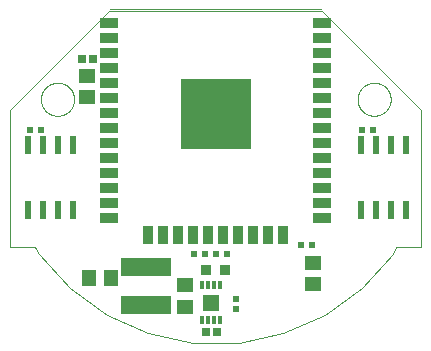
<source format=gtp>
G75*
%MOIN*%
%OFA0B0*%
%FSLAX25Y25*%
%IPPOS*%
%LPD*%
%AMOC8*
5,1,8,0,0,1.08239X$1,22.5*
%
%ADD10C,0.00000*%
%ADD11R,0.05709X0.04528*%
%ADD12R,0.02559X0.02559*%
%ADD13R,0.03543X0.03740*%
%ADD14R,0.04528X0.05709*%
%ADD15R,0.01181X0.02953*%
%ADD16R,0.05748X0.05354*%
%ADD17R,0.02362X0.02362*%
%ADD18R,0.02400X0.06000*%
%ADD19R,0.05906X0.03543*%
%ADD20R,0.03543X0.05906*%
%ADD21R,0.23622X0.23622*%
%ADD22R,0.16535X0.05906*%
D10*
X0037313Y0048654D02*
X0051223Y0042461D01*
X0066117Y0039295D01*
X0081344Y0039295D01*
X0096237Y0042461D01*
X0110148Y0048654D01*
X0122466Y0057604D01*
X0132655Y0068919D01*
X0133959Y0071179D01*
X0142234Y0071179D01*
X0142234Y0116849D01*
X0109163Y0149919D01*
X0038297Y0149919D01*
X0005226Y0116849D01*
X0005226Y0071179D01*
X0013501Y0071179D01*
X0014806Y0068919D01*
X0024994Y0057604D01*
X0037313Y0048654D01*
X0015462Y0120412D02*
X0015464Y0120560D01*
X0015470Y0120708D01*
X0015480Y0120856D01*
X0015494Y0121003D01*
X0015512Y0121150D01*
X0015533Y0121296D01*
X0015559Y0121442D01*
X0015589Y0121587D01*
X0015622Y0121731D01*
X0015660Y0121874D01*
X0015701Y0122016D01*
X0015746Y0122157D01*
X0015794Y0122297D01*
X0015847Y0122436D01*
X0015903Y0122573D01*
X0015963Y0122708D01*
X0016026Y0122842D01*
X0016093Y0122974D01*
X0016164Y0123104D01*
X0016238Y0123232D01*
X0016315Y0123358D01*
X0016396Y0123482D01*
X0016480Y0123604D01*
X0016567Y0123723D01*
X0016658Y0123840D01*
X0016752Y0123955D01*
X0016848Y0124067D01*
X0016948Y0124177D01*
X0017050Y0124283D01*
X0017156Y0124387D01*
X0017264Y0124488D01*
X0017375Y0124586D01*
X0017488Y0124682D01*
X0017604Y0124774D01*
X0017722Y0124863D01*
X0017843Y0124948D01*
X0017966Y0125031D01*
X0018091Y0125110D01*
X0018218Y0125186D01*
X0018347Y0125258D01*
X0018478Y0125327D01*
X0018611Y0125392D01*
X0018746Y0125453D01*
X0018882Y0125511D01*
X0019019Y0125566D01*
X0019158Y0125616D01*
X0019299Y0125663D01*
X0019440Y0125706D01*
X0019583Y0125746D01*
X0019727Y0125781D01*
X0019871Y0125813D01*
X0020017Y0125840D01*
X0020163Y0125864D01*
X0020310Y0125884D01*
X0020457Y0125900D01*
X0020604Y0125912D01*
X0020752Y0125920D01*
X0020900Y0125924D01*
X0021048Y0125924D01*
X0021196Y0125920D01*
X0021344Y0125912D01*
X0021491Y0125900D01*
X0021638Y0125884D01*
X0021785Y0125864D01*
X0021931Y0125840D01*
X0022077Y0125813D01*
X0022221Y0125781D01*
X0022365Y0125746D01*
X0022508Y0125706D01*
X0022649Y0125663D01*
X0022790Y0125616D01*
X0022929Y0125566D01*
X0023066Y0125511D01*
X0023202Y0125453D01*
X0023337Y0125392D01*
X0023470Y0125327D01*
X0023601Y0125258D01*
X0023730Y0125186D01*
X0023857Y0125110D01*
X0023982Y0125031D01*
X0024105Y0124948D01*
X0024226Y0124863D01*
X0024344Y0124774D01*
X0024460Y0124682D01*
X0024573Y0124586D01*
X0024684Y0124488D01*
X0024792Y0124387D01*
X0024898Y0124283D01*
X0025000Y0124177D01*
X0025100Y0124067D01*
X0025196Y0123955D01*
X0025290Y0123840D01*
X0025381Y0123723D01*
X0025468Y0123604D01*
X0025552Y0123482D01*
X0025633Y0123358D01*
X0025710Y0123232D01*
X0025784Y0123104D01*
X0025855Y0122974D01*
X0025922Y0122842D01*
X0025985Y0122708D01*
X0026045Y0122573D01*
X0026101Y0122436D01*
X0026154Y0122297D01*
X0026202Y0122157D01*
X0026247Y0122016D01*
X0026288Y0121874D01*
X0026326Y0121731D01*
X0026359Y0121587D01*
X0026389Y0121442D01*
X0026415Y0121296D01*
X0026436Y0121150D01*
X0026454Y0121003D01*
X0026468Y0120856D01*
X0026478Y0120708D01*
X0026484Y0120560D01*
X0026486Y0120412D01*
X0026484Y0120264D01*
X0026478Y0120116D01*
X0026468Y0119968D01*
X0026454Y0119821D01*
X0026436Y0119674D01*
X0026415Y0119528D01*
X0026389Y0119382D01*
X0026359Y0119237D01*
X0026326Y0119093D01*
X0026288Y0118950D01*
X0026247Y0118808D01*
X0026202Y0118667D01*
X0026154Y0118527D01*
X0026101Y0118388D01*
X0026045Y0118251D01*
X0025985Y0118116D01*
X0025922Y0117982D01*
X0025855Y0117850D01*
X0025784Y0117720D01*
X0025710Y0117592D01*
X0025633Y0117466D01*
X0025552Y0117342D01*
X0025468Y0117220D01*
X0025381Y0117101D01*
X0025290Y0116984D01*
X0025196Y0116869D01*
X0025100Y0116757D01*
X0025000Y0116647D01*
X0024898Y0116541D01*
X0024792Y0116437D01*
X0024684Y0116336D01*
X0024573Y0116238D01*
X0024460Y0116142D01*
X0024344Y0116050D01*
X0024226Y0115961D01*
X0024105Y0115876D01*
X0023982Y0115793D01*
X0023857Y0115714D01*
X0023730Y0115638D01*
X0023601Y0115566D01*
X0023470Y0115497D01*
X0023337Y0115432D01*
X0023202Y0115371D01*
X0023066Y0115313D01*
X0022929Y0115258D01*
X0022790Y0115208D01*
X0022649Y0115161D01*
X0022508Y0115118D01*
X0022365Y0115078D01*
X0022221Y0115043D01*
X0022077Y0115011D01*
X0021931Y0114984D01*
X0021785Y0114960D01*
X0021638Y0114940D01*
X0021491Y0114924D01*
X0021344Y0114912D01*
X0021196Y0114904D01*
X0021048Y0114900D01*
X0020900Y0114900D01*
X0020752Y0114904D01*
X0020604Y0114912D01*
X0020457Y0114924D01*
X0020310Y0114940D01*
X0020163Y0114960D01*
X0020017Y0114984D01*
X0019871Y0115011D01*
X0019727Y0115043D01*
X0019583Y0115078D01*
X0019440Y0115118D01*
X0019299Y0115161D01*
X0019158Y0115208D01*
X0019019Y0115258D01*
X0018882Y0115313D01*
X0018746Y0115371D01*
X0018611Y0115432D01*
X0018478Y0115497D01*
X0018347Y0115566D01*
X0018218Y0115638D01*
X0018091Y0115714D01*
X0017966Y0115793D01*
X0017843Y0115876D01*
X0017722Y0115961D01*
X0017604Y0116050D01*
X0017488Y0116142D01*
X0017375Y0116238D01*
X0017264Y0116336D01*
X0017156Y0116437D01*
X0017050Y0116541D01*
X0016948Y0116647D01*
X0016848Y0116757D01*
X0016752Y0116869D01*
X0016658Y0116984D01*
X0016567Y0117101D01*
X0016480Y0117220D01*
X0016396Y0117342D01*
X0016315Y0117466D01*
X0016238Y0117592D01*
X0016164Y0117720D01*
X0016093Y0117850D01*
X0016026Y0117982D01*
X0015963Y0118116D01*
X0015903Y0118251D01*
X0015847Y0118388D01*
X0015794Y0118527D01*
X0015746Y0118667D01*
X0015701Y0118808D01*
X0015660Y0118950D01*
X0015622Y0119093D01*
X0015589Y0119237D01*
X0015559Y0119382D01*
X0015533Y0119528D01*
X0015512Y0119674D01*
X0015494Y0119821D01*
X0015480Y0119968D01*
X0015470Y0120116D01*
X0015464Y0120264D01*
X0015462Y0120412D01*
X0038612Y0150628D02*
X0108691Y0150628D01*
X0120994Y0120412D02*
X0120996Y0120560D01*
X0121002Y0120708D01*
X0121012Y0120856D01*
X0121026Y0121003D01*
X0121044Y0121150D01*
X0121065Y0121296D01*
X0121091Y0121442D01*
X0121121Y0121587D01*
X0121154Y0121731D01*
X0121192Y0121874D01*
X0121233Y0122016D01*
X0121278Y0122157D01*
X0121326Y0122297D01*
X0121379Y0122436D01*
X0121435Y0122573D01*
X0121495Y0122708D01*
X0121558Y0122842D01*
X0121625Y0122974D01*
X0121696Y0123104D01*
X0121770Y0123232D01*
X0121847Y0123358D01*
X0121928Y0123482D01*
X0122012Y0123604D01*
X0122099Y0123723D01*
X0122190Y0123840D01*
X0122284Y0123955D01*
X0122380Y0124067D01*
X0122480Y0124177D01*
X0122582Y0124283D01*
X0122688Y0124387D01*
X0122796Y0124488D01*
X0122907Y0124586D01*
X0123020Y0124682D01*
X0123136Y0124774D01*
X0123254Y0124863D01*
X0123375Y0124948D01*
X0123498Y0125031D01*
X0123623Y0125110D01*
X0123750Y0125186D01*
X0123879Y0125258D01*
X0124010Y0125327D01*
X0124143Y0125392D01*
X0124278Y0125453D01*
X0124414Y0125511D01*
X0124551Y0125566D01*
X0124690Y0125616D01*
X0124831Y0125663D01*
X0124972Y0125706D01*
X0125115Y0125746D01*
X0125259Y0125781D01*
X0125403Y0125813D01*
X0125549Y0125840D01*
X0125695Y0125864D01*
X0125842Y0125884D01*
X0125989Y0125900D01*
X0126136Y0125912D01*
X0126284Y0125920D01*
X0126432Y0125924D01*
X0126580Y0125924D01*
X0126728Y0125920D01*
X0126876Y0125912D01*
X0127023Y0125900D01*
X0127170Y0125884D01*
X0127317Y0125864D01*
X0127463Y0125840D01*
X0127609Y0125813D01*
X0127753Y0125781D01*
X0127897Y0125746D01*
X0128040Y0125706D01*
X0128181Y0125663D01*
X0128322Y0125616D01*
X0128461Y0125566D01*
X0128598Y0125511D01*
X0128734Y0125453D01*
X0128869Y0125392D01*
X0129002Y0125327D01*
X0129133Y0125258D01*
X0129262Y0125186D01*
X0129389Y0125110D01*
X0129514Y0125031D01*
X0129637Y0124948D01*
X0129758Y0124863D01*
X0129876Y0124774D01*
X0129992Y0124682D01*
X0130105Y0124586D01*
X0130216Y0124488D01*
X0130324Y0124387D01*
X0130430Y0124283D01*
X0130532Y0124177D01*
X0130632Y0124067D01*
X0130728Y0123955D01*
X0130822Y0123840D01*
X0130913Y0123723D01*
X0131000Y0123604D01*
X0131084Y0123482D01*
X0131165Y0123358D01*
X0131242Y0123232D01*
X0131316Y0123104D01*
X0131387Y0122974D01*
X0131454Y0122842D01*
X0131517Y0122708D01*
X0131577Y0122573D01*
X0131633Y0122436D01*
X0131686Y0122297D01*
X0131734Y0122157D01*
X0131779Y0122016D01*
X0131820Y0121874D01*
X0131858Y0121731D01*
X0131891Y0121587D01*
X0131921Y0121442D01*
X0131947Y0121296D01*
X0131968Y0121150D01*
X0131986Y0121003D01*
X0132000Y0120856D01*
X0132010Y0120708D01*
X0132016Y0120560D01*
X0132018Y0120412D01*
X0132016Y0120264D01*
X0132010Y0120116D01*
X0132000Y0119968D01*
X0131986Y0119821D01*
X0131968Y0119674D01*
X0131947Y0119528D01*
X0131921Y0119382D01*
X0131891Y0119237D01*
X0131858Y0119093D01*
X0131820Y0118950D01*
X0131779Y0118808D01*
X0131734Y0118667D01*
X0131686Y0118527D01*
X0131633Y0118388D01*
X0131577Y0118251D01*
X0131517Y0118116D01*
X0131454Y0117982D01*
X0131387Y0117850D01*
X0131316Y0117720D01*
X0131242Y0117592D01*
X0131165Y0117466D01*
X0131084Y0117342D01*
X0131000Y0117220D01*
X0130913Y0117101D01*
X0130822Y0116984D01*
X0130728Y0116869D01*
X0130632Y0116757D01*
X0130532Y0116647D01*
X0130430Y0116541D01*
X0130324Y0116437D01*
X0130216Y0116336D01*
X0130105Y0116238D01*
X0129992Y0116142D01*
X0129876Y0116050D01*
X0129758Y0115961D01*
X0129637Y0115876D01*
X0129514Y0115793D01*
X0129389Y0115714D01*
X0129262Y0115638D01*
X0129133Y0115566D01*
X0129002Y0115497D01*
X0128869Y0115432D01*
X0128734Y0115371D01*
X0128598Y0115313D01*
X0128461Y0115258D01*
X0128322Y0115208D01*
X0128181Y0115161D01*
X0128040Y0115118D01*
X0127897Y0115078D01*
X0127753Y0115043D01*
X0127609Y0115011D01*
X0127463Y0114984D01*
X0127317Y0114960D01*
X0127170Y0114940D01*
X0127023Y0114924D01*
X0126876Y0114912D01*
X0126728Y0114904D01*
X0126580Y0114900D01*
X0126432Y0114900D01*
X0126284Y0114904D01*
X0126136Y0114912D01*
X0125989Y0114924D01*
X0125842Y0114940D01*
X0125695Y0114960D01*
X0125549Y0114984D01*
X0125403Y0115011D01*
X0125259Y0115043D01*
X0125115Y0115078D01*
X0124972Y0115118D01*
X0124831Y0115161D01*
X0124690Y0115208D01*
X0124551Y0115258D01*
X0124414Y0115313D01*
X0124278Y0115371D01*
X0124143Y0115432D01*
X0124010Y0115497D01*
X0123879Y0115566D01*
X0123750Y0115638D01*
X0123623Y0115714D01*
X0123498Y0115793D01*
X0123375Y0115876D01*
X0123254Y0115961D01*
X0123136Y0116050D01*
X0123020Y0116142D01*
X0122907Y0116238D01*
X0122796Y0116336D01*
X0122688Y0116437D01*
X0122582Y0116541D01*
X0122480Y0116647D01*
X0122380Y0116757D01*
X0122284Y0116869D01*
X0122190Y0116984D01*
X0122099Y0117101D01*
X0122012Y0117220D01*
X0121928Y0117342D01*
X0121847Y0117466D01*
X0121770Y0117592D01*
X0121696Y0117720D01*
X0121625Y0117850D01*
X0121558Y0117982D01*
X0121495Y0118116D01*
X0121435Y0118251D01*
X0121379Y0118388D01*
X0121326Y0118527D01*
X0121278Y0118667D01*
X0121233Y0118808D01*
X0121192Y0118950D01*
X0121154Y0119093D01*
X0121121Y0119237D01*
X0121091Y0119382D01*
X0121065Y0119528D01*
X0121044Y0119674D01*
X0121026Y0119821D01*
X0121012Y0119968D01*
X0121002Y0120116D01*
X0120996Y0120264D01*
X0120994Y0120412D01*
D11*
X0106289Y0065884D03*
X0106289Y0058797D03*
X0063533Y0058423D03*
X0063533Y0051337D03*
X0030856Y0121100D03*
X0030856Y0128187D03*
D12*
X0029163Y0133856D03*
X0032707Y0133856D03*
X0070482Y0042833D03*
X0074026Y0042833D03*
D13*
X0076762Y0063620D03*
X0070463Y0063620D03*
D14*
X0038691Y0060904D03*
X0031604Y0060904D03*
D15*
X0069203Y0058581D03*
X0071171Y0058581D03*
X0073140Y0058581D03*
X0075108Y0058581D03*
X0075108Y0046770D03*
X0073140Y0046770D03*
X0071171Y0046770D03*
X0069203Y0046770D03*
D16*
X0072156Y0052675D03*
D17*
X0080305Y0053896D03*
X0080305Y0050352D03*
X0077470Y0068719D03*
X0073927Y0068719D03*
X0069990Y0068719D03*
X0066447Y0068719D03*
X0102274Y0071967D03*
X0105817Y0071967D03*
X0122431Y0110274D03*
X0125974Y0110274D03*
X0015423Y0110274D03*
X0011880Y0110274D03*
D18*
X0011250Y0105247D03*
X0016250Y0105247D03*
X0021250Y0105247D03*
X0026250Y0105247D03*
X0026250Y0083647D03*
X0021250Y0083647D03*
X0016250Y0083647D03*
X0011250Y0083647D03*
X0121998Y0083608D03*
X0126998Y0083608D03*
X0131998Y0083608D03*
X0136998Y0083608D03*
X0136998Y0105208D03*
X0131998Y0105208D03*
X0126998Y0105208D03*
X0121998Y0105208D03*
D19*
X0109163Y0105982D03*
X0109163Y0100982D03*
X0109163Y0095982D03*
X0109163Y0090982D03*
X0109163Y0085982D03*
X0109163Y0080982D03*
X0109163Y0110982D03*
X0109163Y0115982D03*
X0109163Y0120982D03*
X0109163Y0125982D03*
X0109163Y0130982D03*
X0109163Y0135982D03*
X0109163Y0140982D03*
X0109163Y0145982D03*
X0038297Y0145982D03*
X0038297Y0140982D03*
X0038297Y0135982D03*
X0038297Y0130982D03*
X0038297Y0125982D03*
X0038297Y0120982D03*
X0038297Y0115982D03*
X0038297Y0110982D03*
X0038297Y0105982D03*
X0038297Y0100982D03*
X0038297Y0095982D03*
X0038297Y0090982D03*
X0038297Y0085982D03*
X0038297Y0080982D03*
D20*
X0051230Y0075116D03*
X0056230Y0075116D03*
X0061230Y0075116D03*
X0066230Y0075116D03*
X0071230Y0075116D03*
X0076230Y0075116D03*
X0081230Y0075116D03*
X0086230Y0075116D03*
X0091230Y0075116D03*
X0096230Y0075116D03*
D21*
X0073730Y0115667D03*
D22*
X0050502Y0064388D03*
X0050502Y0051789D03*
M02*

</source>
